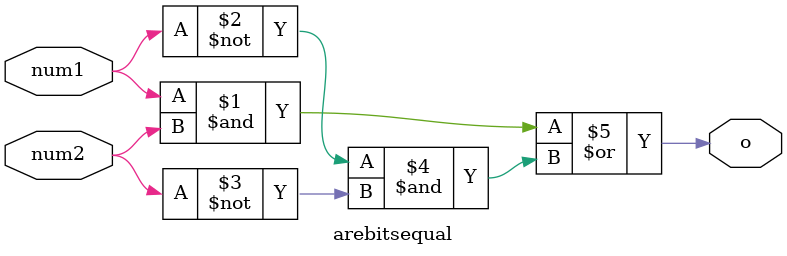
<source format=v>
`timescale 1ns / 1ps
module arebitsequal(input num1, num2, output o);
	assign o = (num1 & num2) | (~num1 & ~num2);
endmodule

</source>
